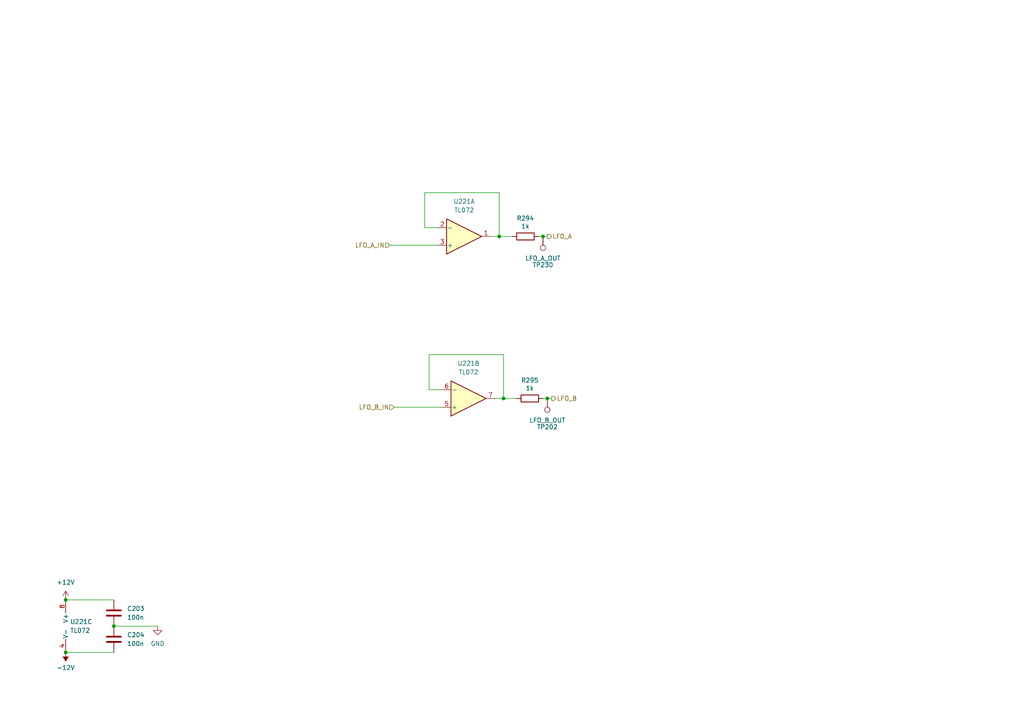
<source format=kicad_sch>
(kicad_sch (version 20231120) (generator "eeschema") (generator_version "8.0")
  (paper "A4")
  (lib_symbols
    (symbol "-12V_1" (power) (pin_names (offset 0))
      (property "Value" "-12V_1" (at 0 3.81 0))
      (symbol "-12V_1_0_0"
        (pin power_in line (at 0 0 90) (length 0) hide (name "-12V") (number "1"))
      )
      (symbol "-12V_1_0_1"
        (polyline (pts (xy 0 0) (xy 0 1.27) (xy 0.762 1.27) (xy 0 2.54) (xy -0.762 1.27) (xy 0 1.27)) (fill (type outline)))
      )
    )
    (symbol "Amplifier_Operational:TL072" (pin_names (offset 0.127))
      (property "Reference" "U" (at 0 5.08 0))
      (property "Value" "TL072" (at 0 -5.08 0))
      (symbol "TL072_1_1"
        (polyline (pts (xy -5.08 5.08) (xy 5.08 0) (xy -5.08 -5.08) (xy -5.08 5.08)) (stroke (width 0.254)) (fill (type background)))
        (pin output line (at 7.62 0 180) (length 2.54) (name "~") (number "1"))
        (pin input line (at -7.62 -2.54 0) (length 2.54) (name "-") (number "2"))
        (pin input line (at -7.62 2.54 0) (length 2.54) (name "+") (number "3"))
      )
      (symbol "TL072_2_1"
        (polyline (pts (xy -5.08 5.08) (xy 5.08 0) (xy -5.08 -5.08) (xy -5.08 5.08)) (stroke (width 0.254)) (fill (type background)))
        (pin input line (at -7.62 2.54 0) (length 2.54) (name "+") (number "5"))
        (pin input line (at -7.62 -2.54 0) (length 2.54) (name "-") (number "6"))
        (pin output line (at 7.62 0 180) (length 2.54) (name "~") (number "7"))
      )
      (symbol "TL072_3_1"
        (pin power_in line (at -2.54 -7.62 90) (length 3.81) (name "V-") (number "4"))
        (pin power_in line (at -2.54 7.62 270) (length 3.81) (name "V+") (number "8"))
      )
    )
    (symbol "Connector:TestPoint" (pin_numbers hide) (pin_names (offset 0.762) hide)
      (property "Reference" "TP" (at 0 6.858 0))
      (property "Value" "TestPoint" (at 0 5.08 0))
      (symbol "TestPoint_0_1"
        (circle (center 0 3.302) (radius 0.762))
      )
      (symbol "TestPoint_1_1"
        (pin passive line (at 0 0 90) (length 2.54) (name "1") (number "1"))
      )
    )
    (symbol "Device:C" (pin_numbers hide) (pin_names (offset 0.254))
      (property "Reference" "C" (at 0.635 2.54 0))
      (property "Value" "C" (at 0.635 -2.54 0))
      (symbol "C_0_1"
        (polyline (pts (xy -2.032 -0.762) (xy 2.032 -0.762)) (stroke (width 0.508)))
        (polyline (pts (xy -2.032 0.762) (xy 2.032 0.762)) (stroke (width 0.508)))
      )
      (symbol "C_1_1"
        (pin passive line (at 0 3.81 270) (length 2.794) (name "~") (number "1"))
        (pin passive line (at 0 -3.81 90) (length 2.794) (name "~") (number "2"))
      )
    )
    (symbol "Device:R" (pin_numbers hide) (pin_names (offset 0))
      (property "Reference" "R" (at 2.032 0 90))
      (property "Value" "R" (at 0 0 90))
      (symbol "R_0_1"
        (rectangle (start -1.016 -2.54) (end 1.016 2.54) (stroke (width 0.254)))
      )
      (symbol "R_1_1"
        (pin passive line (at 0 3.81 270) (length 1.27) (name "~") (number "1"))
        (pin passive line (at 0 -3.81 90) (length 1.27) (name "~") (number "2"))
      )
    )
    (symbol "GND_1" (power) (pin_names (offset 0))
      (property "Value" "GND_1" (at 0 -3.81 0))
      (symbol "GND_1_0_1"
        (polyline (pts (xy 0 0) (xy 0 -1.27) (xy 1.27 -1.27) (xy 0 -2.54) (xy -1.27 -1.27) (xy 0 -1.27)))
      )
      (symbol "GND_1_1_1"
        (pin power_in line (at 0 0 270) (length 0) hide (name "GND") (number "1"))
      )
    )
    (symbol "power:+12V" (power) (pin_names (offset 0))
      (property "Value" "+12V" (at 0 3.556 0))
      (symbol "+12V_0_1"
        (polyline (pts (xy -0.762 1.27) (xy 0 2.54)))
        (polyline (pts (xy 0 0) (xy 0 2.54)))
        (polyline (pts (xy 0 2.54) (xy 0.762 1.27)))
      )
      (symbol "+12V_1_1"
        (pin power_in line (at 0 0 90) (length 0) hide (name "+12V") (number "1"))
      )
    )
  )
  (junction (at 146.05 115.57))
  (junction (at 19.05 173.99))
  (junction (at 144.78 68.58))
  (junction (at 158.75 115.57))
  (junction (at 19.05 189.23))
  (junction (at 157.48 68.58))
  (junction (at 33.02 181.61))
  (wire (pts (xy 113.03 71.12) (xy 127 71.12)))
  (wire (pts (xy 144.78 68.58) (xy 142.24 68.58)))
  (wire (pts (xy 123.19 55.88) (xy 144.78 55.88)))
  (wire (pts (xy 160.02 115.57) (xy 158.75 115.57)))
  (wire (pts (xy 114.3 118.11) (xy 128.27 118.11)))
  (wire (pts (xy 33.02 181.61) (xy 45.72 181.61)))
  (wire (pts (xy 144.78 55.88) (xy 144.78 68.58)))
  (wire (pts (xy 158.75 115.57) (xy 157.48 115.57)))
  (wire (pts (xy 148.59 68.58) (xy 144.78 68.58)))
  (wire (pts (xy 123.19 66.04) (xy 123.19 55.88)))
  (wire (pts (xy 128.27 113.03) (xy 124.46 113.03)))
  (wire (pts (xy 124.46 113.03) (xy 124.46 102.87)))
  (wire (pts (xy 127 66.04) (xy 123.19 66.04)))
  (wire (pts (xy 146.05 115.57) (xy 143.51 115.57)))
  (wire (pts (xy 158.75 68.58) (xy 157.48 68.58)))
  (wire (pts (xy 19.05 173.99) (xy 33.02 173.99)))
  (wire (pts (xy 149.86 115.57) (xy 146.05 115.57)))
  (wire (pts (xy 157.48 68.58) (xy 156.21 68.58)))
  (wire (pts (xy 146.05 102.87) (xy 146.05 115.57)))
  (wire (pts (xy 19.05 189.23) (xy 33.02 189.23)))
  (wire (pts (xy 124.46 102.87) (xy 146.05 102.87)))
  (hierarchical_label "LFO_B_IN" (shape input) (at 114.3 118.11 180))
  (hierarchical_label "LFO_A_IN" (shape input) (at 113.03 71.12 180))
  (hierarchical_label "LFO_B" (shape output) (at 160.02 115.57 0))
  (hierarchical_label "LFO_A" (shape output) (at 158.75 68.58 0))
  (symbol (lib_id "Device:R") (at 152.4 68.58 270) (unit 1)
    (property "Reference" "R294" (at 152.4 63.3222 90))
    (property "Value" "1k" (at 152.4 65.6336 90))
    (property "Footprint" "Resistor_SMD:R_0603_1608Metric" (effects (hide yes)))
    (property "LCSC" "C21190" (effects (hide yes)))
    (instances (project "core-rev-3" (path "" (reference "R294") (unit 1)) (path "" (reference "R294") (unit 1)) (path "" (reference "R294") (unit 1))) (project "hog-f1-control" (path "" (reference "R15") (unit 1))))
  )
  (symbol (lib_id "Connector:TestPoint") (at 157.48 68.58 180) (unit 1) (in_bom no)
    (property "Reference" "TP206" (at 157.48 76.835 0))
    (property "Value" "LFO_A_OUT" (at 157.48 74.93 0))
    (property "Footprint" "TestPoint:TestPoint_THTPad_2.0x2.0mm_Drill1.0mm" (effects (hide yes)))
    (instances (project "core-rev-3" (path "" (reference "TP230") (unit 1)) (path "" (reference "TP202") (unit 1)) (path "" (reference "TP209") (unit 1)) (path "" (reference "TP210") (unit 1)) (path "" (reference "TP206") (unit 1)) (path "" (reference "TP230") (unit 1)) (path "" (reference "TP230") (unit 1))))
  )
  (symbol (lib_id "Device:C") (at 33.02 185.42 0) (unit 1)
    (property "Reference" "C204" (at 36.83 184.15 0) (effects (justify left)))
    (property "Value" "100n" (at 36.83 186.69 0) (effects (justify left)))
    (property "Footprint" "Capacitor_SMD:C_0603_1608Metric" (effects (hide yes)))
    (property "LCSC" "C14663" (effects (hide yes)))
    (instances (project "A-psu-voice-proto-4l" (path "" (reference "C204") (unit 1))) (project "core-rev-3" (path "" (reference "C204") (unit 1)) (path "" (reference "C254") (unit 1)) (path "" (reference "C279") (unit 1))) (project "hog-v2-voice-proto" (path "" (reference "C204") (unit 1))))
  )
  (symbol (lib_id "Device:C") (at 33.02 177.8 0) (unit 1)
    (property "Reference" "C203" (at 36.83 176.53 0) (effects (justify left)))
    (property "Value" "100n" (at 36.83 179.07 0) (effects (justify left)))
    (property "Footprint" "Capacitor_SMD:C_0603_1608Metric" (effects (hide yes)))
    (property "LCSC" "C14663" (effects (hide yes)))
    (instances (project "A-psu-voice-proto-4l" (path "" (reference "C203") (unit 1))) (project "core-rev-3" (path "" (reference "C203") (unit 1)) (path "" (reference "C253") (unit 1)) (path "" (reference "C278") (unit 1))) (project "hog-v2-voice-proto" (path "" (reference "C203") (unit 1))))
  )
  (symbol (lib_id "Amplifier_Operational:TL072") (at 134.62 68.58 0) (mirror x) (unit 1)
    (property "Reference" "U221" (at 134.62 58.42 0))
    (property "Value" "TL072" (at 134.62 60.96 0))
    (property "Footprint" "Package_SO:SOIC-8_3.9x4.9mm_P1.27mm" (effects (hide yes)))
    (property "Datasheet" "http://www.ti.com/lit/ds/symlink/tl071.pdf" (effects (hide yes)))
    (property "LCSC" "C6961" (effects (hide yes)))
  )
  (symbol (lib_id "Amplifier_Operational:TL072") (at 21.59 181.61 0) (unit 3)
    (property "Reference" "U221" (at 20.32 180.34 0) (effects (justify left)))
    (property "Value" "TL072" (at 20.32 182.88 0) (effects (justify left)))
    (property "Footprint" "Package_SO:SOIC-8_3.9x4.9mm_P1.27mm" (effects (hide yes)))
    (property "Datasheet" "http://www.ti.com/lit/ds/symlink/tl071.pdf" (effects (hide yes)))
    (property "LCSC" "C6961" (effects (hide yes)))
  )
  (symbol (lib_id "Amplifier_Operational:TL072") (at 135.89 115.57 0) (mirror x) (unit 2)
    (property "Reference" "U221" (at 135.89 105.41 0))
    (property "Value" "TL072" (at 135.89 107.95 0))
    (property "Footprint" "Package_SO:SOIC-8_3.9x4.9mm_P1.27mm" (effects (hide yes)))
    (property "Datasheet" "http://www.ti.com/lit/ds/symlink/tl071.pdf" (effects (hide yes)))
    (property "LCSC" "C6961" (effects (hide yes)))
  )
  (symbol (lib_id "power:+12V") (at 19.05 173.99 0) (unit 1)
    (property "Reference" "#PWR0311" (effects (hide yes)))
    (property "Value" "+12V" (at 19.05 168.91 0))
    (instances (project "core-rev-3" (path "" (reference "#PWR0311") (unit 1)) (path "" (reference "#PWR0405") (unit 1))))
  )
  (symbol (lib_name "-12V_1") (lib_id "power:-12V") (at 19.05 189.23 180) (unit 1)
    (property "Reference" "#PWR0312" (effects (hide yes)))
    (property "Value" "-12V" (at 19.05 193.675 0))
    (instances (project "core-rev-3" (path "" (reference "#PWR0312") (unit 1)) (path "" (reference "#PWR0406") (unit 1))))
  )
  (symbol (lib_name "GND_1") (lib_id "power:GND") (at 45.72 181.61 0) (unit 1)
    (property "Reference" "#PWR0313" (effects (hide yes)))
    (property "Value" "GND" (at 45.72 186.69 0))
    (instances (project "core-rev-3" (path "" (reference "#PWR0313") (unit 1)) (path "" (reference "#PWR0407") (unit 1))))
  )
  (symbol (lib_id "Device:R") (at 153.67 115.57 270) (unit 1)
    (property "Reference" "R295" (at 153.67 110.3122 90))
    (property "Value" "1k" (at 153.67 112.6236 90))
    (property "Footprint" "Resistor_SMD:R_0603_1608Metric" (effects (hide yes)))
    (property "LCSC" "C21190" (effects (hide yes)))
    (instances (project "core-rev-3" (path "" (reference "R295") (unit 1)) (path "" (reference "R295") (unit 1))) (project "hog-f1-control" (path "" (reference "R15") (unit 1))))
  )
  (symbol (lib_id "Connector:TestPoint") (at 158.75 115.57 180) (unit 1) (in_bom no)
    (property "Reference" "TP206" (at 158.75 123.825 0))
    (property "Value" "LFO_B_OUT" (at 158.75 121.92 0))
    (property "Footprint" "TestPoint:TestPoint_THTPad_2.0x2.0mm_Drill1.0mm" (effects (hide yes)))
    (instances (project "core-rev-3" (path "" (reference "TP202") (unit 1)) (path "" (reference "TP209") (unit 1)) (path "" (reference "TP210") (unit 1)) (path "" (reference "TP206") (unit 1)) (path "" (reference "TP231") (unit 1)) (path "" (reference "TP231") (unit 1))))
  )
)
</source>
